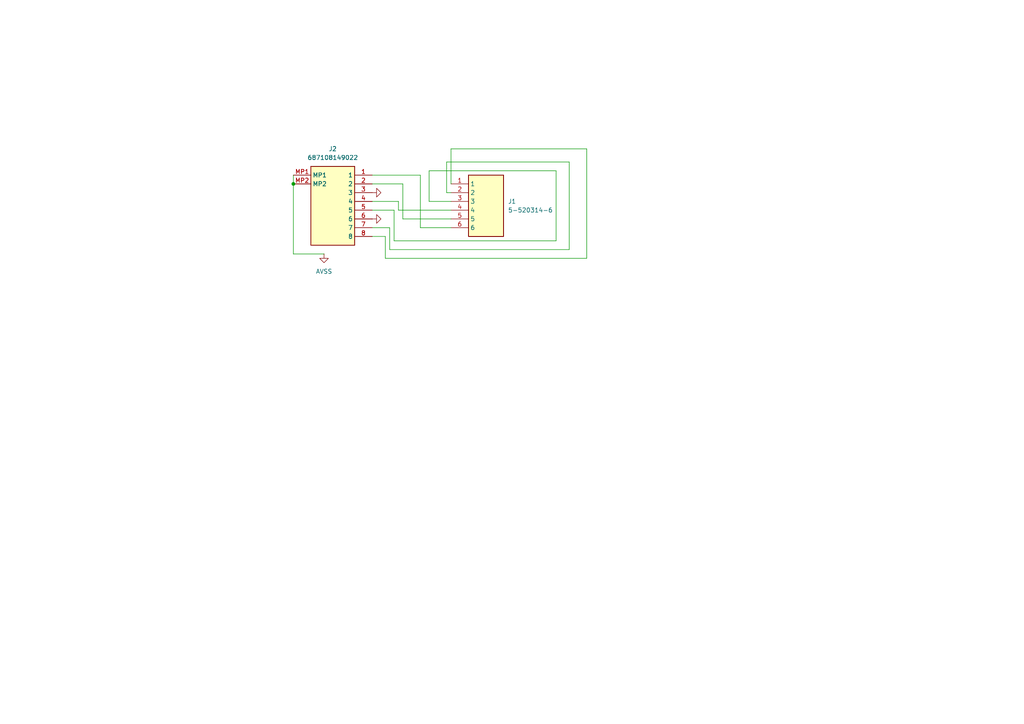
<source format=kicad_sch>
(kicad_sch (version 20250114) (generator "eeschema") (generator_version "9.0")
  (paper "A4")
  (lib_symbols
    (symbol "5-520314-6:5-520314-6"
      (property "Reference" "J" (at 16.51 7.62 0))
      (property "Value" "5-520314-6" (at 16.51 5.08 0))
      (symbol "5-520314-6_1_1"
        (rectangle (start 5.08 2.54) (end 15.24 -15.24) (stroke (width 0.254)) (fill (type background)))
        (pin passive line (at 0 0 0) (length 5.08) (name "1") (number "1"))
        (pin passive line (at 0 -2.54 0) (length 5.08) (name "2") (number "2"))
        (pin passive line (at 0 -5.08 0) (length 5.08) (name "3") (number "3"))
        (pin passive line (at 0 -7.62 0) (length 5.08) (name "4") (number "4"))
        (pin passive line (at 0 -10.16 0) (length 5.08) (name "5") (number "5"))
        (pin passive line (at 0 -12.7 0) (length 5.08) (name "6") (number "6"))
      )
    )
    (symbol "687108149022:687108149022"
      (property "Reference" "J" (at 19.05 7.62 0))
      (property "Value" "687108149022" (at 19.05 5.08 0))
      (symbol "687108149022_1_1"
        (rectangle (start 5.08 2.54) (end 17.78 -20.32) (stroke (width 0.254)) (fill (type background)))
        (pin passive line (at 0 0 0) (length 5.08) (name "MP1") (number "MP1"))
        (pin passive line (at 0 -2.54 0) (length 5.08) (name "MP2") (number "MP2"))
        (pin passive line (at 22.86 0 180) (length 5.08) (name "1") (number "1"))
        (pin passive line (at 22.86 -2.54 180) (length 5.08) (name "2") (number "2"))
        (pin passive line (at 22.86 -5.08 180) (length 5.08) (name "3") (number "3"))
        (pin passive line (at 22.86 -7.62 180) (length 5.08) (name "4") (number "4"))
        (pin passive line (at 22.86 -10.16 180) (length 5.08) (name "5") (number "5"))
        (pin passive line (at 22.86 -12.7 180) (length 5.08) (name "6") (number "6"))
        (pin passive line (at 22.86 -15.24 180) (length 5.08) (name "7") (number "7"))
        (pin passive line (at 22.86 -17.78 180) (length 5.08) (name "8") (number "8"))
      )
    )
    (symbol "power:GND" (power) (pin_numbers (hide yes)) (pin_names (offset 0) (hide yes))
      (property "Value" "GND" (at 0 -3.81 0))
      (symbol "GND_0_1"
        (polyline (pts (xy 0 0) (xy 0 -1.27) (xy 1.27 -1.27) (xy 0 -2.54) (xy -1.27 -1.27) (xy 0 -1.27)))
      )
      (symbol "GND_1_1"
        (pin power_in line (at 0 0 270) (length 0) (name "~") (number "1"))
      )
    )
  )
  (junction (at 85.09 53.34))
  (wire (pts (xy 113.03 72.39) (xy 165.1 72.39)))
  (wire (pts (xy 116.84 53.34) (xy 107.95 53.34)))
  (wire (pts (xy 115.57 58.42) (xy 115.57 60.96)))
  (wire (pts (xy 124.46 58.42) (xy 124.46 49.53)))
  (wire (pts (xy 165.1 72.39) (xy 165.1 46.99)))
  (wire (pts (xy 124.46 49.53) (xy 161.29 49.53)))
  (wire (pts (xy 116.84 63.5) (xy 130.81 63.5)))
  (wire (pts (xy 116.84 53.34) (xy 116.84 63.5)))
  (wire (pts (xy 130.81 43.18) (xy 130.81 53.34)))
  (wire (pts (xy 107.95 66.04) (xy 113.03 66.04)))
  (wire (pts (xy 107.95 60.96) (xy 114.3 60.96)))
  (wire (pts (xy 111.76 74.93) (xy 170.18 74.93)))
  (wire (pts (xy 85.09 73.66) (xy 93.98 73.66)))
  (wire (pts (xy 161.29 49.53) (xy 161.29 69.85)))
  (wire (pts (xy 111.76 68.58) (xy 111.76 74.93)))
  (wire (pts (xy 85.09 50.8) (xy 85.09 53.34)))
  (wire (pts (xy 85.09 53.34) (xy 85.09 73.66)))
  (wire (pts (xy 121.92 50.8) (xy 121.92 66.04)))
  (wire (pts (xy 114.3 60.96) (xy 114.3 69.85)))
  (wire (pts (xy 107.95 50.8) (xy 121.92 50.8)))
  (wire (pts (xy 170.18 43.18) (xy 130.81 43.18)))
  (wire (pts (xy 107.95 58.42) (xy 115.57 58.42)))
  (wire (pts (xy 129.54 55.88) (xy 130.81 55.88)))
  (wire (pts (xy 115.57 60.96) (xy 130.81 60.96)))
  (wire (pts (xy 121.92 66.04) (xy 130.81 66.04)))
  (wire (pts (xy 165.1 46.99) (xy 129.54 46.99)))
  (wire (pts (xy 113.03 66.04) (xy 113.03 72.39)))
  (wire (pts (xy 161.29 69.85) (xy 114.3 69.85)))
  (wire (pts (xy 170.18 74.93) (xy 170.18 43.18)))
  (wire (pts (xy 107.95 68.58) (xy 111.76 68.58)))
  (wire (pts (xy 129.54 46.99) (xy 129.54 55.88)))
  (wire (pts (xy 130.81 58.42) (xy 124.46 58.42)))
  (symbol (lib_id "power:GND") (at 107.95 55.88 90) (unit 1)
    (property "Reference" "#PWR04" (effects (hide yes)))
    (property "Value" "AVSS" (effects (hide yes)))
    (property "Description" "Power symbol creates a global label with name \"GND\" , ground" (effects (hide yes)))
  )
  (symbol (lib_id "power:GND") (at 107.95 63.5 90) (unit 1)
    (property "Reference" "#PWR03" (effects (hide yes)))
    (property "Value" "AVSS" (effects (hide yes)))
    (property "Description" "Power symbol creates a global label with name \"GND\" , ground" (effects (hide yes)))
  )
  (symbol (lib_id "power:GND") (at 93.98 73.66 0) (unit 1)
    (property "Reference" "#PWR01" (effects (hide yes)))
    (property "Value" "AVSS" (at 93.98 78.74 0))
    (property "Description" "Power symbol creates a global label with name \"GND\" , ground" (effects (hide yes)))
  )
  (symbol (lib_id "687108149022:687108149022") (at 85.09 50.8 0) (unit 1)
    (property "Reference" "J2" (at 96.52 43.18 0))
    (property "Value" "687108149022" (at 96.52 45.72 0))
    (property "Footprint" "foots:687108149022" (effects (hide yes)))
    (property "Datasheet" "http://katalog.we-online.de/em/datasheet/6871xx149022.pdf" (effects (hide yes)))
    (property "Description" "Wurth Elektronik WR-FPC Series 0.5mm Pitch 8 Way Horizontal SMT Female FPC Connector, ZIF Bottom Contact" (effects (hide yes)))
    (property "Height" "4" (effects (hide yes)))
    (property "Mouser Part Number" "710-687108149022" (effects (hide yes)))
    (property "Mouser Price/Stock" "https://www.mouser.co.uk/ProductDetail/Wurth-Elektronik/687108149022?qs=a9WhcLg8qCwCfT8TEgjjUA%3D%3D" (effects (hide yes)))
    (property "Manufacturer_Name" "Wurth Elektronik" (effects (hide yes)))
    (property "Manufacturer_Part_Number" "687108149022" (effects (hide yes)))
    (property "Distributor Link" "https://www.mouser.co.uk/ProductDetail/Wurth-Elektronik/687108149022?qs=a9WhcLg8qCwCfT8TEgjjUA%3D%3D" (effects (hide yes)))
    (property "Manufacturer" "Wurth Elektronik" (effects (hide yes)))
    (property "Manufacturer Part Number" "687108149022" (effects (hide yes)))
  )
  (symbol (lib_id "5-520314-6:5-520314-6") (at 130.81 53.34 0) (unit 1)
    (property "Reference" "J1" (at 147.32 58.4199 0) (effects (justify left)))
    (property "Value" "5-520314-6" (at 147.32 60.9599 0) (effects (justify left)))
    (property "Footprint" "foots:55203146" (effects (hide yes)))
    (property "Datasheet" "http://www.te.com/commerce/DocumentDelivery/DDEController?Action=srchrtrv&DocNm=520314&DocType=Customer+Drawing&DocLang=English" (effects (hide yes)))
    (property "Description" "TRIOMATE ASSY H 6P L=2.54 LDFR" (effects (hide yes)))
    (property "Height" "4.83" (effects (hide yes)))
    (property "Mouser Part Number" "571-5-520314-6" (effects (hide yes)))
    (property "Mouser Price/Stock" "https://www.mouser.co.uk/ProductDetail/TE-Connectivity/5-520314-6?qs=lnVw2K6okumSAl3yYXy4NA%3D%3D" (effects (hide yes)))
    (property "Manufacturer_Name" "TE Connectivity" (effects (hide yes)))
    (property "Manufacturer_Part_Number" "5-520314-6" (effects (hide yes)))
    (property "Distributor Link" "https://www.mouser.co.uk/ProductDetail/TE-Connectivity/5-520314-6?qs=lnVw2K6okumSAl3yYXy4NA%3D%3D" (effects (hide yes)))
    (property "Manufacturer" "TE Connectivity" (effects (hide yes)))
    (property "Manufacturer Part Number" "5-520314-6" (effects (hide yes)))
  )
)
</source>
